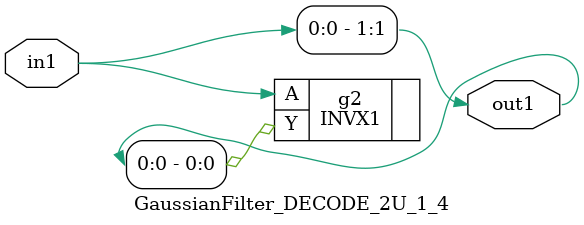
<source format=v>
`timescale 1ps / 1ps


module GaussianFilter_DECODE_2U_1_4(in1, out1);
  input in1;
  output [1:0] out1;
  wire in1;
  wire [1:0] out1;
  assign out1[1] = in1;
  INVX1 g2(.A (in1), .Y (out1[0]));
endmodule



</source>
